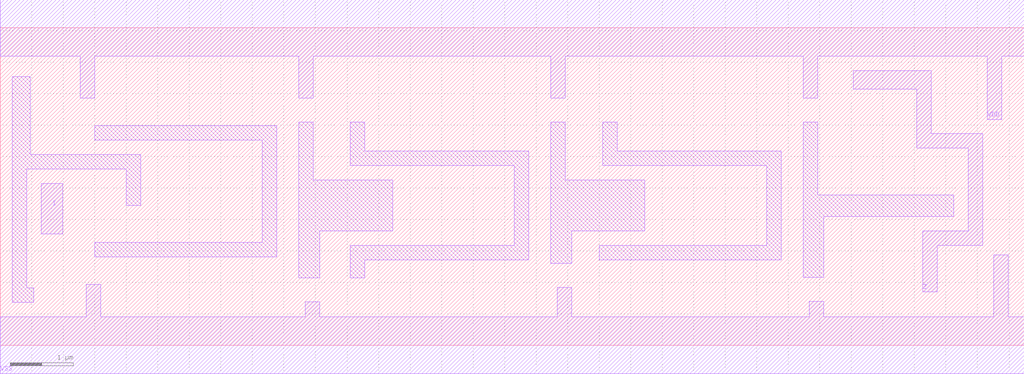
<source format=lef>
# Copyright 2022 GlobalFoundries PDK Authors
#
# Licensed under the Apache License, Version 2.0 (the "License");
# you may not use this file except in compliance with the License.
# You may obtain a copy of the License at
#
#      http://www.apache.org/licenses/LICENSE-2.0
#
# Unless required by applicable law or agreed to in writing, software
# distributed under the License is distributed on an "AS IS" BASIS,
# WITHOUT WARRANTIES OR CONDITIONS OF ANY KIND, either express or implied.
# See the License for the specific language governing permissions and
# limitations under the License.

MACRO gf180mcu_fd_sc_mcu9t5v0__dlyd_2
  CLASS core ;
  FOREIGN gf180mcu_fd_sc_mcu9t5v0__dlyd_2 0.0 0.0 ;
  ORIGIN 0 0 ;
  SYMMETRY X Y ;
  SITE GF018hv5v_green_sc9 ;
  SIZE 16.24 BY 5.04 ;
  PIN I
    DIRECTION INPUT ;
    ANTENNAGATEAREA 0.396 ;
    PORT
      LAYER METAL1 ;
        POLYGON 0.65 1.77 0.99 1.77 0.99 2.57 0.65 2.57  ;
    END
  END I
  PIN Z
    DIRECTION OUTPUT ;
    ANTENNADIFFAREA 1.821 ;
    PORT
      LAYER METAL1 ;
        POLYGON 13.53 4.07 14.535 4.07 14.535 3.135 15.125 3.135 15.355 3.135 15.355 1.82 14.635 1.82 14.635 0.845 14.865 0.845 14.865 1.59 15.585 1.59 15.585 3.365 15.125 3.365 14.765 3.365 14.765 4.36 13.53 4.36  ;
    END
  END Z
  PIN VDD
    DIRECTION INOUT ;
    USE power ;
    SHAPE ABUTMENT ;
    PORT
      LAYER METAL1 ;
        POLYGON 0 4.59 1.265 4.59 1.265 3.925 1.495 3.925 1.495 4.59 4.385 4.59 4.735 4.59 4.735 3.925 4.965 3.925 4.965 4.59 8.385 4.59 8.735 4.59 8.735 3.925 8.965 3.925 8.965 4.59 12.385 4.59 12.735 4.59 12.735 3.925 12.965 3.925 12.965 4.59 15.125 4.59 15.655 4.59 15.655 3.585 15.885 3.585 15.885 4.59 16.24 4.59 16.24 5.49 15.125 5.49 12.385 5.49 8.385 5.49 4.385 5.49 0 5.49  ;
    END
  END VDD
  PIN VSS
    DIRECTION INOUT ;
    USE ground ;
    SHAPE ABUTMENT ;
    PORT
      LAYER METAL1 ;
        POLYGON 0 -0.45 16.24 -0.45 16.24 0.45 15.985 0.45 15.985 1.435 15.755 1.435 15.755 0.45 13.065 0.45 13.065 0.695 12.835 0.695 12.835 0.45 9.065 0.45 9.065 0.92 8.835 0.92 8.835 0.45 5.065 0.45 5.065 0.69 4.835 0.69 4.835 0.45 1.595 0.45 1.595 0.965 1.365 0.965 1.365 0.45 0 0.45  ;
    END
  END VSS
  OBS
      LAYER METAL1 ;
        POLYGON 0.42 2.8 1.995 2.8 1.995 2.22 2.225 2.22 2.225 3.03 0.475 3.03 0.475 4.265 0.19 4.265 0.19 0.68 0.53 0.68 0.53 0.91 0.42 0.91  ;
        POLYGON 1.5 3.26 4.155 3.26 4.155 1.63 1.5 1.63 1.5 1.4 4.385 1.4 4.385 3.49 1.5 3.49  ;
        POLYGON 4.735 1.07 5.065 1.07 5.065 1.815 6.225 1.815 6.225 2.625 4.965 2.625 4.965 3.545 4.735 3.545  ;
        POLYGON 5.555 2.855 8.155 2.855 8.155 1.585 5.555 1.585 5.555 1.07 5.785 1.07 5.785 1.355 8.385 1.355 8.385 3.085 5.785 3.085 5.785 3.545 5.555 3.545  ;
        POLYGON 8.735 1.3 9.065 1.3 9.065 1.815 10.225 1.815 10.225 2.625 8.965 2.625 8.965 3.545 8.735 3.545  ;
        POLYGON 9.555 2.855 12.155 2.855 12.155 1.585 9.5 1.585 9.5 1.355 12.385 1.355 12.385 3.085 9.785 3.085 9.785 3.545 9.555 3.545  ;
        POLYGON 12.735 1.075 13.065 1.075 13.065 2.05 15.125 2.05 15.125 2.39 12.965 2.39 12.965 3.545 12.735 3.545  ;
  END
END gf180mcu_fd_sc_mcu9t5v0__dlyd_2

</source>
